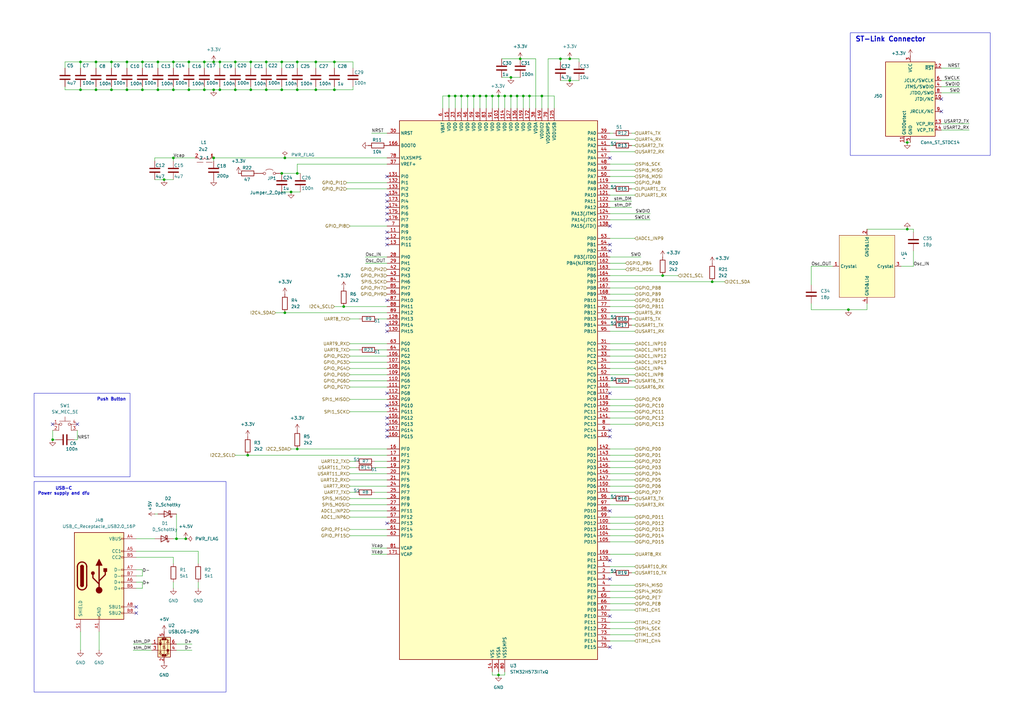
<source format=kicad_sch>
(kicad_sch (version 20250114) (generator "eeschema") (generator_version "9.0")
  (paper "A3")
  (rectangle (start 348.742 13.462) (end 406.146 63.754))
  (rectangle (start 13.97 197.485) (end 92.71 283.845))
  (rectangle (start 13.97 161.29) (end 53.34 195.58))
  (text "USB-C\nPower supply and dfu\n\n" (at 26.162 202.438 0) (effects (font (size 1.27 1.27) (thickness 0.254) (bold yes))))
  (text "Push Button\n" (at 45.72 163.83 0) (effects (font (size 1.27 1.27) (thickness 0.254) (bold yes))))
  (text "ST-Link Connector\n\n" (at 365.252 17.78 0) (effects (font (size 2 2) (thickness 0.4) (bold yes))))
  (junction (at 67.31 73.66))
  (junction (at 58.42 36.83))
  (junction (at 347.98 127))
  (junction (at 207.01 39.37))
  (junction (at 83.82 36.83))
  (junction (at 189.23 39.37))
  (junction (at 45.72 36.83))
  (junction (at 115.57 25.4))
  (junction (at 204.47 276.86))
  (junction (at 58.42 25.4))
  (junction (at 233.68 33.02))
  (junction (at 33.02 36.83))
  (junction (at 137.16 36.83))
  (junction (at 140.97 125.73))
  (junction (at 129.54 36.83))
  (junction (at 21.59 180.34))
  (junction (at 184.15 39.37))
  (junction (at 71.12 36.83))
  (junction (at 129.54 25.4))
  (junction (at 83.82 25.4))
  (junction (at 33.02 25.4))
  (junction (at 222.25 39.37))
  (junction (at 96.52 25.4))
  (junction (at 191.77 39.37))
  (junction (at 194.31 39.37))
  (junction (at 186.69 39.37))
  (junction (at 39.37 25.4))
  (junction (at 121.92 71.12))
  (junction (at 71.12 64.77))
  (junction (at 137.16 25.4))
  (junction (at 372.11 93.98))
  (junction (at 233.68 24.13))
  (junction (at 115.57 36.83))
  (junction (at 121.92 36.83))
  (junction (at 72.39 220.98))
  (junction (at 64.77 36.83))
  (junction (at 90.17 36.83))
  (junction (at 372.11 58.42))
  (junction (at 45.72 25.4))
  (junction (at 119.38 78.74))
  (junction (at 115.57 71.12))
  (junction (at 90.17 25.4))
  (junction (at 87.63 36.83))
  (junction (at 87.63 25.4))
  (junction (at 209.55 39.37))
  (junction (at 196.85 39.37))
  (junction (at 64.77 25.4))
  (junction (at 116.84 64.77))
  (junction (at 121.92 25.4))
  (junction (at 77.47 36.83))
  (junction (at 271.78 113.03))
  (junction (at 109.22 25.4))
  (junction (at 76.2 220.98))
  (junction (at 209.55 31.75))
  (junction (at 199.39 39.37))
  (junction (at 87.63 64.77))
  (junction (at 101.6 186.69))
  (junction (at 217.17 39.37))
  (junction (at 52.07 36.83))
  (junction (at 102.87 36.83))
  (junction (at 116.84 128.27))
  (junction (at 201.93 39.37))
  (junction (at 39.37 36.83))
  (junction (at 214.63 39.37))
  (junction (at 204.47 39.37))
  (junction (at 77.47 25.4))
  (junction (at 102.87 25.4))
  (junction (at 71.12 25.4))
  (junction (at 121.92 184.15))
  (junction (at 52.07 25.4))
  (junction (at 109.22 36.83))
  (junction (at 96.52 36.83))
  (junction (at 292.1 115.57))
  (junction (at 213.36 24.13))
  (junction (at 229.87 24.13))
  (junction (at 212.09 39.37))
  (no_connect (at 158.75 100.33))
  (no_connect (at 158.75 135.89))
  (no_connect (at 250.19 209.55))
  (no_connect (at 158.75 133.35))
  (no_connect (at 55.88 248.92))
  (no_connect (at 158.75 123.19))
  (no_connect (at 386.08 45.72))
  (no_connect (at 158.75 166.37))
  (no_connect (at 386.08 40.64))
  (no_connect (at 250.19 237.49))
  (no_connect (at 250.19 252.73))
  (no_connect (at 250.19 229.87))
  (no_connect (at 250.19 100.33))
  (no_connect (at 158.75 97.79))
  (no_connect (at 250.19 92.71))
  (no_connect (at 158.75 214.63))
  (no_connect (at 158.75 95.25))
  (no_connect (at 250.19 179.07))
  (no_connect (at 250.19 176.53))
  (no_connect (at 158.75 176.53))
  (no_connect (at 250.19 161.29))
  (no_connect (at 21.59 173.99))
  (no_connect (at 158.75 173.99))
  (no_connect (at 158.75 85.09))
  (no_connect (at 158.75 90.17))
  (no_connect (at 158.75 87.63))
  (no_connect (at 158.75 82.55))
  (no_connect (at 158.75 171.45))
  (no_connect (at 55.88 251.46))
  (no_connect (at 31.75 173.99))
  (no_connect (at 250.19 102.87))
  (no_connect (at 158.75 80.01))
  (no_connect (at 158.75 179.07))
  (no_connect (at 250.19 64.77))
  (no_connect (at 158.75 72.39))
  (no_connect (at 250.19 265.43))
  (no_connect (at 158.75 161.29))
  (wire (pts (xy 143.51 140.97) (xy 158.75 140.97)))
  (wire (pts (xy 260.35 186.69) (xy 250.19 186.69)))
  (wire (pts (xy 64.77 36.83) (xy 71.12 36.83)))
  (wire (pts (xy 201.93 275.59) (xy 201.93 276.86)))
  (wire (pts (xy 143.51 196.85) (xy 158.75 196.85)))
  (wire (pts (xy 52.07 36.83) (xy 58.42 36.83)))
  (wire (pts (xy 96.52 36.83) (xy 96.52 35.56)))
  (wire (pts (xy 64.77 25.4) (xy 71.12 25.4)))
  (wire (pts (xy 251.46 234.95) (xy 250.19 234.95)))
  (wire (pts (xy 260.35 74.93) (xy 250.19 74.93)))
  (wire (pts (xy 123.19 71.12) (xy 121.92 71.12)))
  (wire (pts (xy 393.7 27.94) (xy 386.08 27.94)))
  (wire (pts (xy 26.67 35.56) (xy 26.67 36.83)))
  (wire (pts (xy 372.11 93.98) (xy 355.6 93.98)))
  (wire (pts (xy 260.35 227.33) (xy 250.19 227.33)))
  (wire (pts (xy 144.78 25.4) (xy 137.16 25.4)))
  (wire (pts (xy 260.35 146.05) (xy 250.19 146.05)))
  (wire (pts (xy 372.11 58.42) (xy 373.38 58.42)))
  (wire (pts (xy 250.19 105.41) (xy 262.89 105.41)))
  (wire (pts (xy 90.17 25.4) (xy 96.52 25.4)))
  (wire (pts (xy 55.88 226.06) (xy 81.28 226.06)))
  (wire (pts (xy 143.51 156.21) (xy 158.75 156.21)))
  (wire (pts (xy 121.92 67.31) (xy 158.75 67.31)))
  (wire (pts (xy 129.54 36.83) (xy 121.92 36.83)))
  (wire (pts (xy 184.15 39.37) (xy 186.69 39.37)))
  (wire (pts (xy 374.65 109.22) (xy 374.65 102.87)))
  (wire (pts (xy 212.09 39.37) (xy 212.09 44.45)))
  (wire (pts (xy 96.52 25.4) (xy 96.52 27.94)))
  (wire (pts (xy 154.94 130.81) (xy 158.75 130.81)))
  (wire (pts (xy 260.35 168.91) (xy 250.19 168.91)))
  (wire (pts (xy 77.47 25.4) (xy 77.47 27.94)))
  (wire (pts (xy 213.36 24.13) (xy 219.71 24.13)))
  (wire (pts (xy 143.51 204.47) (xy 158.75 204.47)))
  (wire (pts (xy 332.74 116.84) (xy 332.74 109.22)))
  (wire (pts (xy 144.78 35.56) (xy 144.78 36.83)))
  (wire (pts (xy 347.98 127) (xy 355.6 127)))
  (wire (pts (xy 214.63 39.37) (xy 214.63 44.45)))
  (wire (pts (xy 233.68 33.02) (xy 237.49 33.02)))
  (wire (pts (xy 260.35 156.21) (xy 259.08 156.21)))
  (wire (pts (xy 143.51 201.93) (xy 146.05 201.93)))
  (wire (pts (xy 143.51 168.91) (xy 158.75 168.91)))
  (wire (pts (xy 186.69 39.37) (xy 189.23 39.37)))
  (wire (pts (xy 260.35 255.27) (xy 250.19 255.27)))
  (wire (pts (xy 224.79 24.13) (xy 224.79 44.45)))
  (wire (pts (xy 143.51 148.59) (xy 158.75 148.59)))
  (wire (pts (xy 260.35 72.39) (xy 250.19 72.39)))
  (wire (pts (xy 256.54 110.49) (xy 250.19 110.49)))
  (wire (pts (xy 137.16 27.94) (xy 137.16 25.4)))
  (wire (pts (xy 259.08 82.55) (xy 250.19 82.55)))
  (wire (pts (xy 143.51 92.71) (xy 158.75 92.71)))
  (wire (pts (xy 260.35 118.11) (xy 250.19 118.11)))
  (wire (pts (xy 137.16 36.83) (xy 129.54 36.83)))
  (wire (pts (xy 189.23 39.37) (xy 189.23 44.45)))
  (wire (pts (xy 194.31 39.37) (xy 194.31 44.45)))
  (wire (pts (xy 72.39 220.98) (xy 76.2 220.98)))
  (wire (pts (xy 109.22 25.4) (xy 115.57 25.4)))
  (wire (pts (xy 260.35 57.15) (xy 250.19 57.15)))
  (wire (pts (xy 96.52 36.83) (xy 102.87 36.83)))
  (wire (pts (xy 58.42 233.68) (xy 58.42 236.22)))
  (wire (pts (xy 260.35 232.41) (xy 250.19 232.41)))
  (wire (pts (xy 90.17 36.83) (xy 96.52 36.83)))
  (wire (pts (xy 143.51 217.17) (xy 158.75 217.17)))
  (wire (pts (xy 260.35 80.01) (xy 250.19 80.01)))
  (wire (pts (xy 260.35 153.67) (xy 250.19 153.67)))
  (wire (pts (xy 199.39 39.37) (xy 201.93 39.37)))
  (wire (pts (xy 119.38 78.74) (xy 123.19 78.74)))
  (wire (pts (xy 332.74 127) (xy 332.74 124.46)))
  (wire (pts (xy 116.84 128.27) (xy 158.75 128.27)))
  (wire (pts (xy 143.51 191.77) (xy 146.05 191.77)))
  (wire (pts (xy 260.35 151.13) (xy 250.19 151.13)))
  (wire (pts (xy 260.35 173.99) (xy 250.19 173.99)))
  (wire (pts (xy 64.77 25.4) (xy 64.77 27.94)))
  (wire (pts (xy 374.65 93.98) (xy 372.11 93.98)))
  (wire (pts (xy 143.51 130.81) (xy 147.32 130.81)))
  (wire (pts (xy 102.87 36.83) (xy 109.22 36.83)))
  (wire (pts (xy 332.74 109.22) (xy 341.63 109.22)))
  (wire (pts (xy 260.35 207.01) (xy 250.19 207.01)))
  (wire (pts (xy 26.67 27.94) (xy 26.67 25.4)))
  (wire (pts (xy 278.13 113.03) (xy 271.78 113.03)))
  (wire (pts (xy 189.23 39.37) (xy 191.77 39.37)))
  (wire (pts (xy 58.42 236.22) (xy 55.88 236.22)))
  (wire (pts (xy 45.72 36.83) (xy 52.07 36.83)))
  (wire (pts (xy 77.47 25.4) (xy 83.82 25.4)))
  (wire (pts (xy 54.61 264.16) (xy 62.23 264.16)))
  (wire (pts (xy 72.39 210.82) (xy 72.39 220.98)))
  (wire (pts (xy 222.25 44.45) (xy 222.25 39.37)))
  (wire (pts (xy 90.17 36.83) (xy 90.17 35.56)))
  (wire (pts (xy 355.6 127) (xy 355.6 124.46)))
  (wire (pts (xy 90.17 25.4) (xy 90.17 27.94)))
  (wire (pts (xy 233.68 24.13) (xy 237.49 24.13)))
  (wire (pts (xy 22.86 180.34) (xy 21.59 180.34)))
  (wire (pts (xy 102.87 36.83) (xy 102.87 35.56)))
  (wire (pts (xy 260.35 247.65) (xy 250.19 247.65)))
  (wire (pts (xy 191.77 39.37) (xy 194.31 39.37)))
  (wire (pts (xy 260.35 257.81) (xy 250.19 257.81)))
  (wire (pts (xy 77.47 36.83) (xy 77.47 35.56)))
  (wire (pts (xy 115.57 71.12) (xy 121.92 71.12)))
  (wire (pts (xy 393.7 35.56) (xy 386.08 35.56)))
  (wire (pts (xy 260.35 128.27) (xy 250.19 128.27)))
  (wire (pts (xy 191.77 39.37) (xy 191.77 44.45)))
  (wire (pts (xy 260.35 77.47) (xy 259.08 77.47)))
  (wire (pts (xy 297.18 115.57) (xy 292.1 115.57)))
  (wire (pts (xy 292.1 115.57) (xy 250.19 115.57)))
  (wire (pts (xy 58.42 238.76) (xy 58.42 241.3)))
  (wire (pts (xy 154.94 143.51) (xy 158.75 143.51)))
  (wire (pts (xy 64.77 36.83) (xy 64.77 35.56)))
  (wire (pts (xy 201.93 39.37) (xy 201.93 44.45)))
  (wire (pts (xy 45.72 25.4) (xy 52.07 25.4)))
  (wire (pts (xy 201.93 39.37) (xy 204.47 39.37)))
  (wire (pts (xy 33.02 25.4) (xy 33.02 27.94)))
  (wire (pts (xy 260.35 54.61) (xy 259.08 54.61)))
  (wire (pts (xy 109.22 36.83) (xy 109.22 35.56)))
  (wire (pts (xy 71.12 64.77) (xy 71.12 66.04)))
  (wire (pts (xy 143.51 219.71) (xy 158.75 219.71)))
  (wire (pts (xy 102.87 25.4) (xy 102.87 27.94)))
  (wire (pts (xy 140.97 125.73) (xy 158.75 125.73)))
  (wire (pts (xy 87.63 36.83) (xy 83.82 36.83)))
  (wire (pts (xy 260.35 260.35) (xy 250.19 260.35)))
  (wire (pts (xy 39.37 36.83) (xy 39.37 35.56)))
  (wire (pts (xy 227.33 39.37) (xy 222.25 39.37)))
  (wire (pts (xy 393.7 33.02) (xy 386.08 33.02)))
  (wire (pts (xy 121.92 25.4) (xy 115.57 25.4)))
  (wire (pts (xy 266.7 87.63) (xy 250.19 87.63)))
  (wire (pts (xy 260.35 234.95) (xy 259.08 234.95)))
  (wire (pts (xy 186.69 39.37) (xy 186.69 44.45)))
  (wire (pts (xy 370.84 58.42) (xy 372.11 58.42)))
  (wire (pts (xy 260.35 240.03) (xy 250.19 240.03)))
  (wire (pts (xy 149.86 107.95) (xy 158.75 107.95)))
  (wire (pts (xy 116.84 64.77) (xy 158.75 64.77)))
  (wire (pts (xy 45.72 36.83) (xy 45.72 35.56)))
  (wire (pts (xy 369.57 109.22) (xy 374.65 109.22)))
  (wire (pts (xy 121.92 67.31) (xy 121.92 71.12)))
  (wire (pts (xy 204.47 39.37) (xy 207.01 39.37)))
  (wire (pts (xy 260.35 184.15) (xy 250.19 184.15)))
  (wire (pts (xy 153.67 201.93) (xy 158.75 201.93)))
  (wire (pts (xy 251.46 156.21) (xy 250.19 156.21)))
  (wire (pts (xy 259.08 85.09) (xy 250.19 85.09)))
  (wire (pts (xy 229.87 24.13) (xy 233.68 24.13)))
  (wire (pts (xy 143.51 194.31) (xy 158.75 194.31)))
  (wire (pts (xy 143.51 143.51) (xy 147.32 143.51)))
  (wire (pts (xy 119.38 184.15) (xy 121.92 184.15)))
  (wire (pts (xy 52.07 25.4) (xy 58.42 25.4)))
  (wire (pts (xy 40.64 266.7) (xy 40.64 259.08)))
  (wire (pts (xy 229.87 24.13) (xy 229.87 25.4)))
  (wire (pts (xy 143.51 146.05) (xy 158.75 146.05)))
  (wire (pts (xy 152.4 227.33) (xy 158.75 227.33)))
  (wire (pts (xy 142.24 77.47) (xy 158.75 77.47)))
  (wire (pts (xy 109.22 36.83) (xy 115.57 36.83)))
  (wire (pts (xy 260.35 97.79) (xy 250.19 97.79)))
  (wire (pts (xy 260.35 59.69) (xy 259.08 59.69)))
  (wire (pts (xy 260.35 67.31) (xy 250.19 67.31)))
  (wire (pts (xy 143.51 151.13) (xy 158.75 151.13)))
  (wire (pts (xy 181.61 39.37) (xy 184.15 39.37)))
  (wire (pts (xy 58.42 241.3) (xy 55.88 241.3)))
  (wire (pts (xy 201.93 276.86) (xy 204.47 276.86)))
  (wire (pts (xy 204.47 39.37) (xy 204.47 44.45)))
  (wire (pts (xy 58.42 36.83) (xy 58.42 35.56)))
  (wire (pts (xy 260.35 133.35) (xy 259.08 133.35)))
  (wire (pts (xy 397.51 50.8) (xy 386.08 50.8)))
  (wire (pts (xy 143.51 207.01) (xy 158.75 207.01)))
  (wire (pts (xy 251.46 59.69) (xy 250.19 59.69)))
  (wire (pts (xy 52.07 36.83) (xy 52.07 35.56)))
  (wire (pts (xy 260.35 214.63) (xy 250.19 214.63)))
  (wire (pts (xy 256.54 107.95) (xy 250.19 107.95)))
  (wire (pts (xy 260.35 194.31) (xy 250.19 194.31)))
  (wire (pts (xy 143.51 189.23) (xy 146.05 189.23)))
  (wire (pts (xy 205.74 24.13) (xy 213.36 24.13)))
  (wire (pts (xy 113.03 128.27) (xy 116.84 128.27)))
  (wire (pts (xy 260.35 166.37) (xy 250.19 166.37)))
  (wire (pts (xy 71.12 25.4) (xy 71.12 27.94)))
  (wire (pts (xy 266.7 90.17) (xy 250.19 90.17)))
  (wire (pts (xy 260.35 171.45) (xy 250.19 171.45)))
  (wire (pts (xy 260.35 222.25) (xy 250.19 222.25)))
  (wire (pts (xy 81.28 241.3) (xy 81.28 238.76)))
  (wire (pts (xy 143.51 163.83) (xy 158.75 163.83)))
  (wire (pts (xy 251.46 130.81) (xy 250.19 130.81)))
  (wire (pts (xy 71.12 228.6) (xy 71.12 231.14)))
  (wire (pts (xy 52.07 25.4) (xy 52.07 27.94)))
  (wire (pts (xy 71.12 241.3) (xy 71.12 238.76)))
  (wire (pts (xy 143.51 209.55) (xy 158.75 209.55)))
  (wire (pts (xy 207.01 276.86) (xy 207.01 275.59)))
  (wire (pts (xy 260.35 196.85) (xy 250.19 196.85)))
  (wire (pts (xy 115.57 25.4) (xy 115.57 27.94)))
  (wire (pts (xy 142.24 74.93) (xy 158.75 74.93)))
  (wire (pts (xy 207.01 39.37) (xy 207.01 44.45)))
  (wire (pts (xy 251.46 54.61) (xy 250.19 54.61)))
  (wire (pts (xy 121.92 36.83) (xy 115.57 36.83)))
  (wire (pts (xy 199.39 39.37) (xy 199.39 44.45)))
  (wire (pts (xy 58.42 36.83) (xy 64.77 36.83)))
  (wire (pts (xy 101.6 186.69) (xy 158.75 186.69)))
  (wire (pts (xy 30.48 180.34) (xy 31.75 180.34)))
  (wire (pts (xy 260.35 199.39) (xy 250.19 199.39)))
  (wire (pts (xy 217.17 39.37) (xy 217.17 44.45)))
  (wire (pts (xy 260.35 125.73) (xy 250.19 125.73)))
  (wire (pts (xy 224.79 24.13) (xy 229.87 24.13)))
  (wire (pts (xy 209.55 31.75) (xy 213.36 31.75)))
  (wire (pts (xy 397.51 53.34) (xy 386.08 53.34)))
  (wire (pts (xy 33.02 36.83) (xy 39.37 36.83)))
  (wire (pts (xy 58.42 233.68) (xy 55.88 233.68)))
  (wire (pts (xy 260.35 140.97) (xy 250.19 140.97)))
  (wire (pts (xy 260.35 189.23) (xy 250.19 189.23)))
  (wire (pts (xy 129.54 35.56) (xy 129.54 36.83)))
  (wire (pts (xy 39.37 25.4) (xy 45.72 25.4)))
  (wire (pts (xy 219.71 24.13) (xy 219.71 44.45)))
  (wire (pts (xy 260.35 217.17) (xy 250.19 217.17)))
  (wire (pts (xy 137.16 35.56) (xy 137.16 36.83)))
  (wire (pts (xy 121.92 184.15) (xy 158.75 184.15)))
  (wire (pts (xy 115.57 78.74) (xy 119.38 78.74)))
  (wire (pts (xy 87.63 64.77) (xy 116.84 64.77)))
  (wire (pts (xy 260.35 130.81) (xy 259.08 130.81)))
  (wire (pts (xy 63.5 64.77) (xy 71.12 64.77)))
  (wire (pts (xy 26.67 36.83) (xy 33.02 36.83)))
  (wire (pts (xy 184.15 39.37) (xy 184.15 44.45)))
  (wire (pts (xy 144.78 27.94) (xy 144.78 25.4)))
  (wire (pts (xy 260.35 212.09) (xy 250.19 212.09)))
  (wire (pts (xy 260.35 201.93) (xy 250.19 201.93)))
  (wire (pts (xy 115.57 36.83) (xy 115.57 35.56)))
  (wire (pts (xy 58.42 25.4) (xy 58.42 27.94)))
  (wire (pts (xy 237.49 24.13) (xy 237.49 25.4)))
  (wire (pts (xy 153.67 191.77) (xy 158.75 191.77)))
  (wire (pts (xy 78.74 266.7) (xy 72.39 266.7)))
  (wire (pts (xy 251.46 204.47) (xy 250.19 204.47)))
  (wire (pts (xy 87.63 25.4) (xy 83.82 25.4)))
  (wire (pts (xy 260.35 123.19) (xy 250.19 123.19)))
  (wire (pts (xy 152.4 54.61) (xy 158.75 54.61)))
  (wire (pts (xy 63.5 73.66) (xy 67.31 73.66)))
  (wire (pts (xy 71.12 64.77) (xy 80.01 64.77)))
  (wire (pts (xy 121.92 27.94) (xy 121.92 25.4)))
  (wire (pts (xy 212.09 39.37) (xy 214.63 39.37)))
  (wire (pts (xy 153.67 189.23) (xy 158.75 189.23)))
  (wire (pts (xy 33.02 36.83) (xy 33.02 35.56)))
  (wire (pts (xy 87.63 36.83) (xy 90.17 36.83)))
  (wire (pts (xy 260.35 69.85) (xy 250.19 69.85)))
  (wire (pts (xy 109.22 25.4) (xy 109.22 27.94)))
  (wire (pts (xy 196.85 39.37) (xy 199.39 39.37)))
  (wire (pts (xy 71.12 220.98) (xy 72.39 220.98)))
  (wire (pts (xy 96.52 186.69) (xy 101.6 186.69)))
  (wire (pts (xy 251.46 77.47) (xy 250.19 77.47)))
  (wire (pts (xy 205.74 31.75) (xy 209.55 31.75)))
  (wire (pts (xy 83.82 36.83) (xy 83.82 35.56)))
  (wire (pts (xy 152.4 224.79) (xy 158.75 224.79)))
  (wire (pts (xy 222.25 39.37) (xy 217.17 39.37)))
  (wire (pts (xy 251.46 133.35) (xy 250.19 133.35)))
  (wire (pts (xy 332.74 127) (xy 347.98 127)))
  (wire (pts (xy 181.61 44.45) (xy 181.61 39.37)))
  (wire (pts (xy 374.65 95.25) (xy 374.65 93.98)))
  (wire (pts (xy 87.63 25.4) (xy 90.17 25.4)))
  (wire (pts (xy 58.42 25.4) (xy 64.77 25.4)))
  (wire (pts (xy 26.67 25.4) (xy 33.02 25.4)))
  (wire (pts (xy 33.02 259.08) (xy 33.02 266.7)))
  (wire (pts (xy 260.35 242.57) (xy 250.19 242.57)))
  (wire (pts (xy 204.47 276.86) (xy 207.01 276.86)))
  (wire (pts (xy 63.5 64.77) (xy 63.5 66.04)))
  (wire (pts (xy 227.33 44.45) (xy 227.33 39.37)))
  (wire (pts (xy 260.35 158.75) (xy 250.19 158.75)))
  (wire (pts (xy 21.59 180.34) (xy 21.59 176.53)))
  (wire (pts (xy 129.54 25.4) (xy 121.92 25.4)))
  (wire (pts (xy 137.16 25.4) (xy 129.54 25.4)))
  (wire (pts (xy 143.51 212.09) (xy 158.75 212.09)))
  (wire (pts (xy 129.54 27.94) (xy 129.54 25.4)))
  (wire (pts (xy 71.12 36.83) (xy 71.12 35.56)))
  (wire (pts (xy 83.82 25.4) (xy 83.82 27.94)))
  (wire (pts (xy 78.74 264.16) (xy 72.39 264.16)))
  (wire (pts (xy 143.51 199.39) (xy 158.75 199.39)))
  (wire (pts (xy 260.35 245.11) (xy 250.19 245.11)))
  (wire (pts (xy 260.35 143.51) (xy 250.19 143.51)))
  (wire (pts (xy 260.35 163.83) (xy 250.19 163.83)))
  (wire (pts (xy 144.78 36.83) (xy 137.16 36.83)))
  (wire (pts (xy 143.51 153.67) (xy 158.75 153.67)))
  (wire (pts (xy 260.35 148.59) (xy 250.19 148.59)))
  (wire (pts (xy 229.87 33.02) (xy 233.68 33.02)))
  (wire (pts (xy 260.35 262.89) (xy 250.19 262.89)))
  (wire (pts (xy 102.87 25.4) (xy 109.22 25.4)))
  (wire (pts (xy 194.31 39.37) (xy 196.85 39.37)))
  (wire (pts (xy 58.42 238.76) (xy 55.88 238.76)))
  (wire (pts (xy 260.35 191.77) (xy 250.19 191.77)))
  (wire (pts (xy 81.28 226.06) (xy 81.28 231.14)))
  (wire (pts (xy 271.78 113.03) (xy 250.19 113.03)))
  (wire (pts (xy 207.01 39.37) (xy 209.55 39.37)))
  (wire (pts (xy 31.75 180.34) (xy 31.75 176.53)))
  (wire (pts (xy 63.5 210.82) (xy 64.77 210.82)))
  (wire (pts (xy 209.55 39.37) (xy 209.55 44.45)))
  (wire (pts (xy 260.35 135.89) (xy 250.19 135.89)))
  (wire (pts (xy 196.85 39.37) (xy 196.85 44.45)))
  (wire (pts (xy 83.82 36.83) (xy 77.47 36.83)))
  (wire (pts (xy 121.92 35.56) (xy 121.92 36.83)))
  (wire (pts (xy 33.02 25.4) (xy 39.37 25.4)))
  (wire (pts (xy 260.35 62.23) (xy 250.19 62.23)))
  (wire (pts (xy 143.51 158.75) (xy 158.75 158.75)))
  (wire (pts (xy 45.72 25.4) (xy 45.72 27.94)))
  (wire (pts (xy 39.37 36.83) (xy 45.72 36.83)))
  (wire (pts (xy 393.7 38.1) (xy 386.08 38.1)))
  (wire (pts (xy 96.52 25.4) (xy 102.87 25.4)))
  (wire (pts (xy 260.35 219.71) (xy 250.19 219.71)))
  (wire (pts (xy 54.61 266.7) (xy 62.23 266.7)))
  (wire (pts (xy 209.55 39.37) (xy 212.09 39.37)))
  (wire (pts (xy 55.88 220.98) (xy 63.5 220.98)))
  (wire (pts (xy 214.63 39.37) (xy 217.17 39.37)))
  (wire (pts (xy 260.35 120.65) (xy 250.19 120.65)))
  (wire (pts (xy 137.16 125.73) (xy 140.97 125.73)))
  (wire (pts (xy 71.12 36.83) (xy 77.47 36.83)))
  (wire (pts (xy 260.35 250.19) (xy 250.19 250.19)))
  (wire (pts (xy 149.86 105.41) (xy 158.75 105.41)))
  (wire (pts (xy 71.12 25.4) (xy 77.47 25.4)))
  (wire (pts (xy 39.37 25.4) (xy 39.37 27.94)))
  (wire (pts (xy 67.31 73.66) (xy 71.12 73.66)))
  (wire (pts (xy 87.63 66.04) (xy 87.63 64.77)))
  (wire (pts (xy 260.35 204.47) (xy 259.08 204.47)))
  (wire (pts (xy 55.88 228.6) (xy 71.12 228.6)))
  (wire (pts (xy 204.47 276.86) (xy 204.47 275.59)))
  (label "NRST" (at 393.7 27.94 180))
  (label "Osc_IN" (at 374.65 109.22 0))
  (label "stm_DP" (at 54.61 264.16 0))
  (label "Osc_OUT" (at 332.74 109.22 0))
  (label "SWO" (at 393.7 38.1 180))
  (label "stm_DM" (at 259.08 82.55 180))
  (label "USART2_TX" (at 397.51 50.8 180))
  (label "NRST" (at 152.4 54.61 0))
  (label "NRST" (at 31.75 180.34 0))
  (label "stm_DP" (at 259.08 85.09 180))
  (label "SWCLK" (at 393.7 33.02 180))
  (label "Osc_OUT" (at 149.86 107.95 0))
  (label "SWDIO" (at 393.7 35.56 180))
  (label "SWO" (at 262.89 105.41 180))
  (label "stm_DM" (at 54.61 266.7 0))
  (label "Osc_IN" (at 149.86 105.41 0))
  (label "SWDIO" (at 266.7 87.63 180))
  (label "D+" (at 78.74 264.16 180) (effects (font (thickness 0.1588))))
  (label "USART2_RX" (at 397.51 53.34 180))
  (label "SWCLK" (at 266.7 90.17 180))
  (label "D-" (at 78.74 266.7 180) (effects (font (thickness 0.1588))))
  (label "Vcap" (at 152.4 227.33 0))
  (label "Vcap" (at 71.12 64.77 0))
  (label "Vcap" (at 152.4 224.79 0))
  (label "D-" (at 58.42 234.95 0) (effects (font (thickness 0.1588))))
  (label "D+" (at 58.42 240.03 0) (effects (font (thickness 0.1588))))
  (hierarchical_label "GPIO_PH7" (shape input) (at 158.75 118.11 180))
  (hierarchical_label "TIM1_CH2" (shape input) (at 260.35 255.27 0))
  (hierarchical_label "UART4_RX" (shape input) (at 260.35 57.15 0))
  (hierarchical_label "SPI1_SCK" (shape input) (at 143.51 168.91 180))
  (hierarchical_label "GPIO_PD6" (shape input) (at 260.35 199.39 0) (effects (font (thickness 0.1588))))
  (hierarchical_label "I2C2_SDA" (shape input) (at 119.38 184.15 180) (effects (font (thickness 0.1588))))
  (hierarchical_label "USART3_RX" (shape input) (at 260.35 207.01 0))
  (hierarchical_label "GPIO_PB11" (shape input) (at 260.35 125.73 0))
  (hierarchical_label "GPIO_PC13" (shape input) (at 260.35 173.99 0) (effects (font (thickness 0.1588))))
  (hierarchical_label "GPIO_PC11" (shape input) (at 260.35 168.91 0) (effects (font (thickness 0.1588))))
  (hierarchical_label "SPI5_MOSI" (shape input) (at 143.51 207.01 180))
  (hierarchical_label "ADC1_INP6" (shape input) (at 143.51 212.09 180))
  (hierarchical_label "USART2_TX" (shape input) (at 260.35 59.69 0))
  (hierarchical_label "SPI6_MISO" (shape input) (at 260.35 69.85 0))
  (hierarchical_label "GPIO_PB9" (shape input) (at 260.35 120.65 0))
  (hierarchical_label "UART9_TX" (shape input) (at 143.51 143.51 180))
  (hierarchical_label "SPI4_MISO" (shape input) (at 260.35 240.03 0))
  (hierarchical_label "GPIO_PD0" (shape input) (at 260.35 184.15 0) (effects (font (thickness 0.1588))))
  (hierarchical_label "USART2_RX" (shape input) (at 260.35 62.23 0))
  (hierarchical_label "GPIO_PG3" (shape input) (at 143.51 148.59 180))
  (hierarchical_label "USART11_RX" (shape input) (at 143.51 194.31 180))
  (hierarchical_label "USART11_TX" (shape input) (at 143.51 191.77 180))
  (hierarchical_label "GPIO_PE7" (shape input) (at 260.35 245.11 0) (effects (font (thickness 0.1588))))
  (hierarchical_label "GPIO_PB8" (shape input) (at 260.35 118.11 0))
  (hierarchical_label "GPIO_PI8" (shape input) (at 143.51 92.71 180))
  (hierarchical_label "USART1_RX" (shape input) (at 260.35 135.89 0))
  (hierarchical_label "UART7_RX" (shape input) (at 143.51 199.39 180))
  (hierarchical_label "GPIO_PH2" (shape input) (at 158.75 110.49 180))
  (hierarchical_label "GPIO_PC10" (shape input) (at 260.35 166.37 0) (effects (font (thickness 0.1588))))
  (hierarchical_label "ADC1_INP10" (shape input) (at 260.35 140.97 0))
  (hierarchical_label "GPIO_PF14" (shape input) (at 143.51 217.17 180))
  (hierarchical_label "TIM1_CH3" (shape input) (at 260.35 260.35 0))
  (hierarchical_label "TIM1_CH4" (shape input) (at 260.35 262.89 0))
  (hierarchical_label "GPIO_PD4" (shape input) (at 260.35 194.31 0) (effects (font (thickness 0.1588))))
  (hierarchical_label "ADC1_INP9" (shape input) (at 260.35 97.79 0))
  (hierarchical_label "UART5_TX" (shape input) (at 260.35 130.81 0))
  (hierarchical_label "TIM1_CH1" (shape input) (at 260.35 250.19 0))
  (hierarchical_label "UART12_RX" (shape input) (at 143.51 196.85 180))
  (hierarchical_label "USART1_TX" (shape input) (at 260.35 133.35 0))
  (hierarchical_label "I2C4_SDA" (shape input) (at 113.03 128.27 180) (effects (font (thickness 0.1588))))
  (hierarchical_label "LPUART1_TX" (shape input) (at 260.35 77.47 0))
  (hierarchical_label "GPIO_PG5" (shape input) (at 143.51 153.67 180))
  (hierarchical_label "GPIO_PD13" (shape input) (at 260.35 217.17 0) (effects (font (thickness 0.1588))))
  (hierarchical_label "UART4_TX" (shape input) (at 260.35 54.61 0))
  (hierarchical_label "GPIO_PG2" (shape input) (at 143.51 146.05 180))
  (hierarchical_label "I2C1_SDA" (shape input) (at 297.18 115.57 0) (effects (font (thickness 0.1588))))
  (hierarchical_label "USART3_TX" (shape input) (at 260.35 204.47 0))
  (hierarchical_label "UART5_RX" (shape input) (at 260.35 128.27 0))
  (hierarchical_label "GPIO_PI2" (shape input) (at 142.24 77.47 180) (effects (font (thickness 0.1588))))
  (hierarchical_label "GPIO_PD2" (shape input) (at 260.35 189.23 0) (effects (font (thickness 0.1588))))
  (hierarchical_label "GPIO_PD11" (shape input) (at 260.35 212.09 0) (effects (font (thickness 0.1588))))
  (hierarchical_label "GPIO_PG6" (shape input) (at 143.51 156.21 180))
  (hierarchical_label "USART6_TX" (shape input) (at 260.35 156.21 0))
  (hierarchical_label "ADC1_INP11" (shape input) (at 260.35 143.51 0))
  (hierarchical_label "SPI4_SCK" (shape input) (at 260.35 257.81 0))
  (hierarchical_label "SPI6_MOSI" (shape input) (at 260.35 72.39 0))
  (hierarchical_label "GPIO_PF15" (shape input) (at 143.51 219.71 180))
  (hierarchical_label "I2C4_SCL" (shape input) (at 137.16 125.73 180) (effects (font (thickness 0.1588))))
  (hierarchical_label "USART10_TX" (shape input) (at 260.35 234.95 0))
  (hierarchical_label "GPIO_PB4" (shape input) (at 256.54 107.95 0))
  (hierarchical_label "SPI5_MISO" (shape input) (at 143.51 204.47 180))
  (hierarchical_label "GPIO_PC9" (shape input) (at 260.35 163.83 0) (effects (font (thickness 0.1588))))
  (hierarchical_label "ADC1_INP2" (shape input) (at 143.51 209.55 180))
  (hierarchical_label "ADC1_INP13" (shape input) (at 260.35 148.59 0))
  (hierarchical_label "GPIO_PE8" (shape input) (at 260.35 247.65 0) (effects (font (thickness 0.1588))))
  (hierarchical_label "GPIO_PC12" (shape input) (at 260.35 171.45 0) (effects (font (thickness 0.1588))))
  (hierarchical_label "GPIO_PD12" (shape input) (at 260.35 214.63 0) (effects (font (thickness 0.1588))))
  (hierarchical_label "I2C2_SCL" (shape input) (at 96.52 186.69 180) (effects (font (thickness 0.1588))))
  (hierarchical_label "UART12_TX" (shape input) (at 143.51 189.23 180))
  (hierarchical_label "GPIO_PD7" (shape input) (at 260.35 201.93 0) (effects (font (thickness 0.1588))))
  (hierarchical_label "GPIO_PD15" (shape input) (at 260.35 222.25 0) (effects (font (thickness 0.1588))))
  (hierarchical_label "GPIO_PD3" (shape input) (at 260.35 191.77 0) (effects (font (thickness 0.1588))))
  (hierarchical_label "GPIO_PA8" (shape input) (at 260.35 74.93 0))
  (hierarchical_label "GPIO_PD1" (shape input) (at 260.35 186.69 0) (effects (font (thickness 0.1588))))
  (hierarchical_label "GPIO_PG4" (shape input) (at 143.51 151.13 180))
  (hierarchical_label "GPIO_PD14" (shape input) (at 260.35 219.71 0) (effects (font (thickness 0.1588))))
  (hierarchical_label "UART8_TX" (shape input) (at 143.51 130.81 180))
  (hierarchical_label "LPUART1_RX" (shape input) (at 260.35 80.01 0))
  (hierarchical_label "ADC1_INP8" (shape input) (at 260.35 153.67 0))
  (hierarchical_label "SPI5_SCK" (shape input) (at 158.75 115.57 180))
  (hierarchical_label "ADC1_INP12" (shape input) (at 260.35 146.05 0))
  (hierarchical_label "I2C1_SCL" (shape input) (at 278.13 113.03 0) (effects (font (thickness 0.1588))))
  (hierarchical_label "ADC1_INP4" (shape input) (at 260.35 151.13 0))
  (hierarchical_label "GPIO_PH3" (shape input) (at 158.75 113.03 180))
  (hierarchical_label "UART7_TX" (shape input) (at 143.51 201.93 180))
  (hierarchical_label "GPIO_PG7" (shape input) (at 143.51 158.75 180))
  (hierarchical_label "GPIO_PI1" (shape input) (at 142.24 74.93 180) (effects (font (thickness 0.1588))))
  (hierarchical_label "GPIO_PB10" (shape input) (at 260.35 123.19 0))
  (hierarchical_label "SPI1_MISO" (shape input) (at 143.51 163.83 180))
  (hierarchical_label "SPI1_MOSI" (shape input) (at 256.54 110.49 0))
  (hierarchical_label "SPI6_SCK" (shape input) (at 260.35 67.31 0))
  (hierarchical_label "USART10_RX" (shape input) (at 260.35 232.41 0))
  (hierarchical_label "SPI4_MOSI" (shape input) (at 260.35 242.57 0))
  (hierarchical_label "USART6_RX" (shape input) (at 260.35 158.75 0))
  (hierarchical_label "UART9_RX" (shape input) (at 143.51 140.97 180))
  (hierarchical_label "GPIO_PH9" (shape input) (at 158.75 120.65 180))
  (hierarchical_label "UART8_RX" (shape input) (at 260.35 227.33 0))
  (hierarchical_label "GPIO_PD5" (shape input) (at 260.35 196.85 0) (effects (font (thickness 0.1588))))
  (symbol (lib_id "Device:C") (at 45.72 31.75 0) (unit 1)
    (property "Reference" "C9" (at 46.482 26.924 0) (effects (justify left)))
    (property "Value" "100n" (at 46.482 34.036 0) (effects (justify left)))
    (property "Footprint" "Capacitor_SMD:C_0402_1005Metric" (effects (hide yes)))
    (property "Description" "Unpolarized capacitor" (effects (hide yes)))
  )
  (symbol (lib_id "Device:C") (at 77.47 31.75 0) (unit 1)
    (property "Reference" "C16" (at 78.74 27.178 0) (effects (justify left)))
    (property "Value" "100n" (at 78.74 34.29 0) (effects (justify left)))
    (property "Footprint" "Capacitor_SMD:C_0402_1005Metric" (effects (hide yes)))
    (property "Description" "Unpolarized capacitor" (effects (hide yes)))
  )
  (symbol (lib_id "Device:C") (at 229.87 29.21 0) (unit 1)
    (property "Reference" "C32" (at 230.124 27.178 0) (effects (justify left)))
    (property "Value" "4.7u" (at 230.124 31.75 0) (effects (justify left)))
    (property "Footprint" "Capacitor_SMD:C_0402_1005Metric" (effects (hide yes)))
    (property "Description" "Unpolarized capacitor" (effects (hide yes)))
  )
  (symbol (lib_id "Device:C") (at 52.07 31.75 0) (unit 1)
    (property "Reference" "C10" (at 53.34 27.178 0) (effects (justify left)))
    (property "Value" "100n" (at 53.34 34.29 0) (effects (justify left)))
    (property "Footprint" "Capacitor_SMD:C_0402_1005Metric" (effects (hide yes)))
    (property "Description" "Unpolarized capacitor" (effects (hide yes)))
  )
  (symbol (lib_id "Device:C") (at 205.74 27.94 0) (unit 1)
    (property "Reference" "C30" (at 205.994 25.908 0) (effects (justify left)))
    (property "Value" "1u" (at 205.994 30.48 0) (effects (justify left)))
    (property "Footprint" "Capacitor_SMD:C_0402_1005Metric" (effects (hide yes)))
    (property "Description" "Unpolarized capacitor" (effects (hide yes)))
  )
  (symbol (lib_id "Device:C") (at 58.42 31.75 0) (unit 1)
    (property "Reference" "C11" (at 59.182 26.924 0) (effects (justify left)))
    (property "Value" "100n" (at 59.182 34.036 0) (effects (justify left)))
    (property "Footprint" "Capacitor_SMD:C_0402_1005Metric" (effects (hide yes)))
    (property "Description" "Unpolarized capacitor" (effects (hide yes)))
  )
  (symbol (lib_id "Device:C") (at 63.5 69.85 0) (unit 1)
    (property "Reference" "C12" (at 63.754 67.818 0) (effects (justify left)))
    (property "Value" "4u7" (at 63.754 72.39 0) (effects (justify left)))
    (property "Footprint" "Capacitor_SMD:C_0402_1005Metric" (effects (hide yes)))
    (property "Description" "Unpolarized capacitor" (effects (hide yes)))
  )
  (symbol (lib_id "power:GND") (at 87.63 36.83 0) (unit 1)
    (property "Reference" "#PWR0101" (effects (hide yes)))
    (property "Value" "GND" (effects (hide yes)))
    (property "Description" "Power symbol creates a global label with name \"GND\" , ground" (effects (hide yes)))
  )
  (symbol (lib_id "Device:C") (at 115.57 31.75 0) (unit 1)
    (property "Reference" "C23" (at 116.84 27.178 0) (effects (justify left)))
    (property "Value" "100n" (at 116.84 34.29 0) (effects (justify left)))
    (property "Footprint" "Capacitor_SMD:C_0402_1005Metric" (effects (hide yes)))
    (property "Description" "Unpolarized capacitor" (effects (hide yes)))
  )
  (symbol (lib_id "Device:C") (at 102.87 31.75 0) (unit 1)
    (property "Reference" "C21" (at 104.14 27.178 0) (effects (justify left)))
    (property "Value" "100n" (at 104.14 34.29 0) (effects (justify left)))
    (property "Footprint" "Capacitor_SMD:C_0402_1005Metric" (effects (hide yes)))
    (property "Description" "Unpolarized capacitor" (effects (hide yes)))
  )
  (symbol (lib_id "Device:C") (at 90.17 31.75 0) (unit 1)
    (property "Reference" "C19" (at 91.44 27.178 0) (effects (justify left)))
    (property "Value" "100n" (at 91.44 34.29 0) (effects (justify left)))
    (property "Footprint" "Capacitor_SMD:C_0402_1005Metric" (effects (hide yes)))
    (property "Description" "Unpolarized capacitor" (effects (hide yes)))
  )
  (symbol (lib_id "Device:D_Schottky") (at 67.31 220.98 180) (unit 1)
    (property "Reference" "D1" (at 67.6275 214.63 0))
    (property "Value" "D_Schottky" (at 67.6275 217.17 0))
    (property "Footprint" "Diode_SMD:D_SMA" (effects (hide yes)))
    (property "Datasheet" "https://www.alldatasheet.fr/datasheet-pdf/view/847022/DSK/SS34.html" (effects (hide yes)))
    (property "Description" "Schottky diode" (effects (hide yes)))
  )
  (symbol (lib_id "power:GND") (at 233.68 33.02 0) (unit 1)
    (property "Reference" "#PWR0115" (effects (hide yes)))
    (property "Value" "GND" (effects (hide yes)))
    (property "Description" "Power symbol creates a global label with name \"GND\" , ground" (effects (hide yes)))
  )
  (symbol (lib_id "power:GND") (at 204.47 276.86 0) (unit 1)
    (property "Reference" "#PWR0111" (effects (hide yes)))
    (property "Value" "GND" (at 204.47 281.94 0))
    (property "Description" "Power symbol creates a global label with name \"GND\" , ground" (effects (hide yes)))
  )
  (symbol (lib_id "power:GND") (at 372.11 93.98 180) (unit 1)
    (property "Reference" "#PWR0120" (effects (hide yes)))
    (property "Value" "GND" (effects (hide yes)))
    (property "Description" "Power symbol creates a global label with name \"GND\" , ground" (effects (hide yes)))
  )
  (symbol (lib_id "Device:C") (at 137.16 31.75 0) (unit 1)
    (property "Reference" "C28" (at 138.43 27.178 0) (effects (justify left)))
    (property "Value" "1u" (at 138.43 34.29 0) (effects (justify left)))
    (property "Footprint" "Capacitor_SMD:C_0402_1005Metric" (effects (hide yes)))
    (property "Description" "Unpolarized capacitor" (effects (hide yes)))
  )
  (symbol (lib_id "Connector:Conn_ST_STDC14") (at 373.38 40.64 0) (unit 1)
    (property "Reference" "J50" (at 361.95 39.3699 0) (effects (justify right)))
    (property "Value" "Conn_ST_STDC14" (at 393.7 58.42 0) (effects (justify right)))
    (property "Footprint" "Connector_PinHeader_1.27mm:PinHeader_2x07_P1.27mm_Vertical_SMD" (effects (hide yes)))
    (property "Datasheet" "https://www.st.com/content/ccc/resource/technical/document/user_manual/group1/99/49/91/b6/b2/3a/46/e5/DM00526767/files/DM00526767.pdf/jcr:content/translations/en.DM00526767.pdf" (effects (hide yes)))
    (property "Description" "ST Debug Connector, standard ARM Cortex-M SWD and JTAG interface plus UART" (effects (hide yes)))
  )
  (symbol (lib_id "Device:R") (at 149.86 191.77 270) (unit 1)
    (property "Reference" "R14" (at 149.86 191.77 90))
    (property "Value" "51" (at 153.416 192.532 90))
    (property "Footprint" "Resistor_SMD:R_0402_1005Metric" (effects (hide yes)))
    (property "Description" "Resistor" (effects (hide yes)))
  )
  (symbol (lib_id "Device:R") (at 271.78 109.22 0) (unit 1)
    (property "Reference" "R20" (at 274.32 107.9499 0) (effects (justify left)))
    (property "Value" "2k2" (at 274.32 110.4899 0) (effects (justify left)))
    (property "Footprint" "Resistor_SMD:R_0402_1005Metric" (effects (hide yes)))
    (property "Description" "Resistor" (effects (hide yes)))
  )
  (symbol (lib_id "Device:R") (at 140.97 121.92 0) (unit 1)
    (property "Reference" "R6" (at 143.51 120.6499 0) (effects (justify left)))
    (property "Value" "2k2" (at 143.51 123.1899 0) (effects (justify left)))
    (property "Footprint" "Resistor_SMD:R_0402_1005Metric" (effects (hide yes)))
    (property "Description" "Resistor" (effects (hide yes)))
  )
  (symbol (lib_id "Device:R") (at 255.27 59.69 90) (unit 1)
    (property "Reference" "R13" (at 255.27 59.69 90))
    (property "Value" "51" (at 251.714 58.928 90))
    (property "Footprint" "Resistor_SMD:R_0402_1005Metric" (effects (hide yes)))
    (property "Description" "Resistor" (effects (hide yes)))
  )
  (symbol (lib_id "power:PWR_FLAG") (at 76.2 220.98 270) (unit 1)
    (property "Reference" "#FLG03" (effects (hide yes)))
    (property "Value" "PWR_FLAG" (at 80.01 220.9799 90) (effects (justify left)))
    (property "Description" "Special symbol for telling ERC where power comes from" (effects (hide yes)))
  )
  (symbol (lib_id "Device:R") (at 255.27 234.95 90) (unit 1)
    (property "Reference" "R19" (at 255.27 234.95 90))
    (property "Value" "51" (at 251.714 234.188 90))
    (property "Footprint" "Resistor_SMD:R_0402_1005Metric" (effects (hide yes)))
    (property "Description" "Resistor" (effects (hide yes)))
  )
  (symbol (lib_id "Jumper:Jumper_2_Open") (at 110.49 71.12 0) (unit 1)
    (property "Reference" "JP1" (at 111.506 73.152 0))
    (property "Value" "Jumper_2_Open" (at 109.982 78.994 0))
    (property "Footprint" "Connector_PinHeader_2.54mm:PinHeader_1x02_P2.54mm_Vertical" (effects (hide yes)))
    (property "Description" "Jumper, 2-pole, open" (effects (hide yes)))
  )
  (symbol (lib_id "power:+5V") (at 67.31 259.08 0) (unit 1)
    (property "Reference" "#PWR095" (effects (hide yes)))
    (property "Value" "+5V" (at 67.31 254 0))
    (property "Description" "Power symbol creates a global label with name \"+5V\"" (effects (hide yes)))
  )
  (symbol (lib_id "Device:C") (at 129.54 31.75 0) (unit 1)
    (property "Reference" "C27" (at 130.81 27.178 0) (effects (justify left)))
    (property "Value" "100n" (at 130.81 34.29 0) (effects (justify left)))
    (property "Footprint" "Capacitor_SMD:C_0402_1005Metric" (effects (hide yes)))
    (property "Description" "Unpolarized capacitor" (effects (hide yes)))
  )
  (symbol (lib_id "Device:R") (at 255.27 133.35 90) (unit 1)
    (property "Reference" "R17" (at 255.27 133.35 90))
    (property "Value" "51" (at 251.714 132.588 90))
    (property "Footprint" "Resistor_SMD:R_0402_1005Metric" (effects (hide yes)))
    (property "Description" "Resistor" (effects (hide yes)))
  )
  (symbol (lib_id "MCU_ST_STM32H5:STM32H573IITxQ") (at 204.47 161.29 0) (unit 1)
    (property "Reference" "U3" (at 209.1533 273.05 0) (effects (justify left)))
    (property "Value" "STM32H573IITxQ" (at 209.1533 275.59 0) (effects (justify left)))
    (property "Footprint" "Package_QFP:LQFP-176_24x24mm_P0.5mm" (effects (hide yes)))
    (property "Datasheet" "https://www.st.com/resource/en/datasheet/stm32h573ii.pdf" (effects (hide yes)))
    (property "Description" "STMicroelectronics Arm Cortex-M33 MCU, 2048KB flash, 640KB RAM, 250 MHz, 1.62-3.6V, 136 GPIO, LQFP176" (effects (hide yes)))
  )
  (symbol (lib_id "Device:C") (at 83.82 31.75 0) (unit 1)
    (property "Reference" "C17" (at 84.582 26.924 0) (effects (justify left)))
    (property "Value" "100n" (at 84.582 34.036 0) (effects (justify left)))
    (property "Footprint" "Capacitor_SMD:C_0402_1005Metric" (effects (hide yes)))
    (property "Description" "Unpolarized capacitor" (effects (hide yes)))
  )
  (symbol (lib_id "Device:R") (at 149.86 201.93 90) (unit 1)
    (property "Reference" "R8" (at 149.86 201.93 90))
    (property "Value" "51" (at 146.304 201.168 90))
    (property "Footprint" "Resistor_SMD:R_0402_1005Metric" (effects (hide yes)))
    (property "Description" "Resistor" (effects (hide yes)))
  )
  (symbol (lib_id "Device:D_Schottky") (at 68.58 210.82 180) (unit 1)
    (property "Reference" "D2" (at 68.8975 204.47 0))
    (property "Value" "D_Schottky" (at 68.8975 207.01 0))
    (property "Footprint" "Diode_SMD:D_SMA" (effects (hide yes)))
    (property "Datasheet" "https://www.alldatasheet.fr/datasheet-pdf/view/847022/DSK/SS34.html" (effects (hide yes)))
    (property "Description" "Schottky diode" (effects (hide yes)))
  )
  (symbol (lib_id "Device:C") (at 71.12 69.85 0) (unit 1)
    (property "Reference" "C15" (at 71.374 67.818 0) (effects (justify left)))
    (property "Value" "4u7" (at 71.374 72.39 0) (effects (justify left)))
    (property "Footprint" "Capacitor_SMD:C_0402_1005Metric" (effects (hide yes)))
    (property "Description" "Unpolarized capacitor" (effects (hide yes)))
  )
  (symbol (lib_id "Device:C") (at 87.63 69.85 0) (unit 1)
    (property "Reference" "C18" (at 88.9 68.072 0) (effects (justify left)))
    (property "Value" "200p" (at 88.9 72.136 0) (effects (justify left)))
    (property "Footprint" "Capacitor_SMD:C_0402_1005Metric" (effects (hide yes)))
    (property "Description" "Unpolarized capacitor" (effects (hide yes)))
  )
  (symbol (lib_id "power:GND") (at 40.64 266.7 0) (unit 1)
    (property "Reference" "#PWR092" (effects (hide yes)))
    (property "Value" "GND" (at 40.64 271.78 0))
    (property "Description" "Power symbol creates a global label with name \"GND\" , ground" (effects (hide yes)))
  )
  (symbol (lib_id "Device:C") (at 26.67 180.34 90) (unit 1)
    (property "Reference" "C6" (at 29.972 181.864 90))
    (property "Value" "100n" (at 29.464 184.15 90))
    (property "Footprint" "Capacitor_SMD:C_0402_1005Metric" (effects (hide yes)))
    (property "Description" "Unpolarized capacitor" (effects (hide yes)))
  )
  (symbol (lib_id "power:+3.3V") (at 116.84 120.65 0) (unit 1)
    (property "Reference" "#PWR0105" (effects (hide yes)))
    (property "Value" "+3.3V" (at 116.84 115.57 0))
    (property "Description" "Power symbol creates a global label with name \"+3.3V\"" (effects (hide yes)))
  )
  (symbol (lib_id "power:GND") (at 119.38 78.74 0) (unit 1)
    (property "Reference" "#PWR0106" (effects (hide yes)))
    (property "Value" "GND" (effects (hide yes)))
    (property "Description" "Power symbol creates a global label with name \"GND\" , ground" (effects (hide yes)))
  )
  (symbol (lib_id "power:GND") (at 347.98 127 0) (unit 1)
    (property "Reference" "#PWR0118" (effects (hide yes)))
    (property "Value" "GND" (effects (hide yes)))
    (property "Description" "Power symbol creates a global label with name \"GND\" , ground" (effects (hide yes)))
  )
  (symbol (lib_id "power:GND") (at 21.59 180.34 0) (unit 1)
    (property "Reference" "#PWR090" (effects (hide yes)))
    (property "Value" "GND" (effects (hide yes)))
    (property "Description" "Power symbol creates a global label with name \"GND\" , ground" (effects (hide yes)))
  )
  (symbol (lib_id "Device:C") (at 213.36 27.94 0) (unit 1)
    (property "Reference" "C31" (at 213.614 25.908 0) (effects (justify left)))
    (property "Value" "100n" (at 213.868 30.48 0) (effects (justify left)))
    (property "Footprint" "Capacitor_SMD:C_0402_1005Metric" (effects (hide yes)))
    (property "Description" "Unpolarized capacitor" (effects (hide yes)))
  )
  (symbol (lib_id "power:+3.3V") (at 204.47 39.37 0) (unit 1)
    (property "Reference" "#PWR0110" (effects (hide yes)))
    (property "Value" "+3.3V" (at 204.216 35.306 0))
    (property "Description" "Power symbol creates a global label with name \"+3.3V\"" (effects (hide yes)))
  )
  (symbol (lib_id "power:+3.3V") (at 87.63 25.4 0) (unit 1)
    (property "Reference" "#PWR0100" (effects (hide yes)))
    (property "Value" "+3.3V" (at 87.63 20.32 0))
    (property "Description" "Power symbol creates a global label with name \"+3.3V\"" (effects (hide yes)))
  )
  (symbol (lib_id "power:GND") (at 67.31 73.66 0) (unit 1)
    (property "Reference" "#PWR094" (effects (hide yes)))
    (property "Value" "GND" (effects (hide yes)))
    (property "Description" "Power symbol creates a global label with name \"GND\" , ground" (effects (hide yes)))
  )
  (symbol (lib_id "Device:C") (at 64.77 31.75 0) (unit 1)
    (property "Reference" "C13" (at 66.04 27.178 0) (effects (justify left)))
    (property "Value" "100n" (at 66.04 34.29 0) (effects (justify left)))
    (property "Footprint" "Capacitor_SMD:C_0402_1005Metric" (effects (hide yes)))
    (property "Description" "Unpolarized capacitor" (effects (hide yes)))
  )
  (symbol (lib_id "Device:R") (at 154.94 59.69 90) (unit 1)
    (property "Reference" "R11" (at 154.686 57.404 90))
    (property "Value" "10k" (at 154.686 62.23 90))
    (property "Footprint" "Resistor_SMD:R_0402_1005Metric" (effects (hide yes)))
    (property "Description" "Resistor" (effects (hide yes)))
  )
  (symbol (lib_id "Power_Protection:USBLC6-2P6") (at 67.31 264.16 0) (unit 1)
    (property "Reference" "U2" (at 68.9611 256.54 0) (effects (justify left)))
    (property "Value" "USBLC6-2P6" (at 68.9611 259.08 0) (effects (justify left)))
    (property "Footprint" "Package_TO_SOT_SMD:SOT-666" (effects (hide yes)))
    (property "Datasheet" "https://www.st.com/resource/en/datasheet/usblc6-2.pdf" (effects (hide yes)))
    (property "Description" "Very low capacitance ESD protection diode, 2 data-line, SOT-666" (effects (hide yes)))
  )
  (symbol (lib_id "Device:C") (at 26.67 31.75 0) (unit 1)
    (property "Reference" "C5" (at 27.432 26.924 0) (effects (justify left)))
    (property "Value" "4u7" (at 27.432 34.036 0) (effects (justify left)))
    (property "Footprint" "Capacitor_SMD:C_0402_1005Metric" (effects (hide yes)))
    (property "Description" "Unpolarized capacitor" (effects (hide yes)))
  )
  (symbol (lib_id "power:GND") (at 87.63 73.66 0) (unit 1)
    (property "Reference" "#PWR0102" (effects (hide yes)))
    (property "Value" "GND" (effects (hide yes)))
    (property "Description" "Power symbol creates a global label with name \"GND\" , ground" (effects (hide yes)))
  )
  (symbol (lib_id "Device:C") (at 109.22 31.75 0) (unit 1)
    (property "Reference" "C22" (at 109.982 26.924 0) (effects (justify left)))
    (property "Value" "100n" (at 109.982 34.036 0) (effects (justify left)))
    (property "Footprint" "Capacitor_SMD:C_0402_1005Metric" (effects (hide yes)))
    (property "Description" "Unpolarized capacitor" (effects (hide yes)))
  )
  (symbol (lib_id "Device:C") (at 121.92 31.75 0) (unit 1)
    (property "Reference" "C25" (at 123.19 27.178 0) (effects (justify left)))
    (property "Value" "100n" (at 123.19 34.29 0) (effects (justify left)))
    (property "Footprint" "Capacitor_SMD:C_0402_1005Metric" (effects (hide yes)))
    (property "Description" "Unpolarized capacitor" (effects (hide yes)))
  )
  (symbol (lib_id "CFPX-104-oscillator:CFPX-104-8MHz-wurth") (at 355.6 109.22 0) (unit 1)
    (property "Reference" "U4" (at 370.84 104.0698 0))
    (property "Value" "~" (at 370.84 105.9749 0))
    (property "Footprint" "Quartz:WE-XTAL Quartz Crystal 8MHz" (effects (hide yes)))
    (property "Datasheet" "https://www.we-online.com/components/products/datasheet/830026380.pdf" (effects (hide yes)))
    (property "Description" "WE-XTAL Quartz Crystal 8MHz" (effects (hide yes)))
  )
  (symbol (lib_id "Device:R") (at 116.84 124.46 0) (unit 1)
    (property "Reference" "R4" (at 119.38 123.1899 0) (effects (justify left)))
    (property "Value" "2k2" (at 119.38 125.7299 0) (effects (justify left)))
    (property "Footprint" "Resistor_SMD:R_0402_1005Metric" (effects (hide yes)))
    (property "Description" "Resistor" (effects (hide yes)))
  )
  (symbol (lib_id "Device:C") (at 96.52 31.75 0) (unit 1)
    (property "Reference" "C20" (at 97.282 26.924 0) (effects (justify left)))
    (property "Value" "100n" (at 97.282 34.036 0) (effects (justify left)))
    (property "Footprint" "Capacitor_SMD:C_0402_1005Metric" (effects (hide yes)))
    (property "Description" "Unpolarized capacitor" (effects (hide yes)))
  )
  (symbol (lib_id "Device:C") (at 144.78 31.75 0) (unit 1)
    (property "Reference" "C29" (at 145.288 29.718 0) (effects (justify left)))
    (property "Value" "100n" (at 145.288 34.036 0) (effects (justify left)))
    (property "Footprint" "Capacitor_SMD:C_0402_1005Metric" (effects (hide yes)))
    (property "Description" "Unpolarized capacitor" (effects (hide yes)))
  )
  (symbol (lib_id "power:GND") (at 151.13 59.69 270) (unit 1)
    (property "Reference" "#PWR0109" (effects (hide yes)))
    (property "Value" "GND" (effects (hide yes)))
    (property "Description" "Power symbol creates a global label with name \"GND\" , ground" (effects (hide yes)))
  )
  (symbol (lib_id "power:GND") (at 209.55 31.75 0) (unit 1)
    (property "Reference" "#PWR0112" (effects (hide yes)))
    (property "Value" "GND" (effects (hide yes)))
    (property "Description" "Power symbol creates a global label with name \"GND\" , ground" (effects (hide yes)))
  )
  (symbol (lib_id "Device:R") (at 255.27 77.47 90) (unit 1)
    (property "Reference" "R15" (at 255.27 77.47 90))
    (property "Value" "51" (at 251.714 76.708 90))
    (property "Footprint" "Resistor_SMD:R_0402_1005Metric" (effects (hide yes)))
    (property "Description" "Resistor" (effects (hide yes)))
  )
  (symbol (lib_id "Device:R") (at 151.13 143.51 270) (unit 1)
    (property "Reference" "R23" (at 151.13 143.51 90))
    (property "Value" "51" (at 154.686 144.272 90))
    (property "Footprint" "Resistor_SMD:R_0402_1005Metric" (effects (hide yes)))
    (property "Description" "Resistor" (effects (hide yes)))
  )
  (symbol (lib_id "Device:R") (at 292.1 111.76 0) (unit 1)
    (property "Reference" "R21" (at 294.64 110.4899 0) (effects (justify left)))
    (property "Value" "2k2" (at 294.64 113.0299 0) (effects (justify left)))
    (property "Footprint" "Resistor_SMD:R_0402_1005Metric" (effects (hide yes)))
    (property "Description" "Resistor" (effects (hide yes)))
  )
  (symbol (lib_id "power:+3.3V") (at 101.6 179.07 0) (unit 1)
    (property "Reference" "#PWR0103" (effects (hide yes)))
    (property "Value" "+3.3V" (at 101.6 173.99 0))
    (property "Description" "Power symbol creates a global label with name \"+3.3V\"" (effects (hide yes)))
  )
  (symbol (lib_id "power:PWR_FLAG") (at 116.84 64.77 0) (unit 1)
    (property "Reference" "#FLG04" (effects (hide yes)))
    (property "Value" "PWR_FLAG" (at 119.38 63.4999 0) (effects (justify left)))
    (property "Description" "Special symbol for telling ERC where power comes from" (effects (hide yes)))
  )
  (symbol (lib_id "power:+3.3V") (at 121.92 176.53 0) (unit 1)
    (property "Reference" "#PWR0107" (effects (hide yes)))
    (property "Value" "+3.3V" (at 121.92 171.45 0))
    (property "Description" "Power symbol creates a global label with name \"+3.3V\"" (effects (hide yes)))
  )
  (symbol (lib_id "power:GND") (at 372.11 58.42 0) (unit 1)
    (property "Reference" "#PWR0119" (effects (hide yes)))
    (property "Value" "GND" (effects (hide yes)))
    (property "Description" "Power symbol creates a global label with name \"GND\" , ground" (effects (hide yes)))
  )
  (symbol (lib_id "Device:R") (at 149.86 189.23 90) (unit 1)
    (property "Reference" "R7" (at 149.86 189.23 90))
    (property "Value" "51" (at 146.304 188.468 90))
    (property "Footprint" "Resistor_SMD:R_0402_1005Metric" (effects (hide yes)))
    (property "Description" "Resistor" (effects (hide yes)))
  )
  (symbol (lib_id "power:+3.3V") (at 213.36 24.13 0) (unit 1)
    (property "Reference" "#PWR0113" (effects (hide yes)))
    (property "Value" "+3.3V" (at 213.36 19.05 0))
    (property "Description" "Power symbol creates a global label with name \"+3.3V\"" (effects (hide yes)))
  )
  (symbol (lib_id "power:GND") (at 67.31 271.78 0) (unit 1)
    (property "Reference" "#PWR096" (effects (hide yes)))
    (property "Value" "GND" (at 67.31 276.86 0))
    (property "Description" "Power symbol creates a global label with name \"GND\" , ground" (effects (hide yes)))
  )
  (symbol (lib_id "Device:R") (at 255.27 156.21 90) (unit 1)
    (property "Reference" "R24" (at 255.27 156.21 90))
    (property "Value" "51" (at 251.714 155.448 90))
    (property "Footprint" "Resistor_SMD:R_0402_1005Metric" (effects (hide yes)))
    (property "Description" "Resistor" (effects (hide yes)))
  )
  (symbol (lib_id "Device:C") (at 39.37 31.75 0) (unit 1)
    (property "Reference" "C8" (at 40.64 27.178 0) (effects (justify left)))
    (property "Value" "100n" (at 40.64 34.29 0) (effects (justify left)))
    (property "Footprint" "Capacitor_SMD:C_0402_1005Metric" (effects (hide yes)))
    (property "Description" "Unpolarized capacitor" (effects (hide yes)))
  )
  (symbol (lib_id "Device:R") (at 255.27 204.47 90) (unit 1)
    (property "Reference" "R18" (at 255.27 204.47 90))
    (property "Value" "51" (at 251.714 203.708 90))
    (property "Footprint" "Resistor_SMD:R_0402_1005Metric" (effects (hide yes)))
    (property "Description" "Resistor" (effects (hide yes)))
  )
  (symbol (lib_id "Device:R") (at 71.12 234.95 0) (unit 1)
    (property "Reference" "R1" (at 73.66 233.6799 0) (effects (justify left)))
    (property "Value" "5k1" (at 73.66 236.2199 0) (effects (justify left)))
    (property "Footprint" "Resistor_SMD:R_0402_1005Metric" (effects (hide yes)))
    (property "Description" "Resistor" (effects (hide yes)))
  )
  (symbol (lib_id "power:+3.3V") (at 97.79 71.12 0) (unit 1)
    (property "Reference" "#PWR056" (effects (hide yes)))
    (property "Value" "+3.3V" (at 97.79 66.04 0))
    (property "Description" "Power symbol creates a global label with name \"+3.3V\"" (effects (hide yes)))
  )
  (symbol (lib_id "Device:C") (at 332.74 120.65 0) (unit 1)
    (property "Reference" "C34" (at 336.55 119.3799 0) (effects (justify left)))
    (property "Value" "18p" (at 336.55 121.9199 0) (effects (justify left)))
    (property "Footprint" "Capacitor_SMD:C_0603_1608Metric" (effects (hide yes)))
    (property "Description" "Unpolarized capacitor" (effects (hide yes)))
  )
  (symbol (lib_id "power:+3.3V") (at 233.68 24.13 0) (unit 1)
    (property "Reference" "#PWR0114" (effects (hide yes)))
    (property "Value" "+3.3V" (at 233.68 19.05 0))
    (property "Description" "Power symbol creates a global label with name \"+3.3V\"" (effects (hide yes)))
  )
  (symbol (lib_id "Device:C") (at 33.02 31.75 0) (unit 1)
    (property "Reference" "C7" (at 33.782 26.924 0) (effects (justify left)))
    (property "Value" "100n" (at 33.782 34.036 0) (effects (justify left)))
    (property "Footprint" "Capacitor_SMD:C_0402_1005Metric" (effects (hide yes)))
    (property "Description" "Unpolarized capacitor" (effects (hide yes)))
  )
  (symbol (lib_id "Device:R") (at 255.27 54.61 90) (unit 1)
    (property "Reference" "R12" (at 255.27 54.61 90))
    (property "Value" "51" (at 254 52.07 90))
    (property "Footprint" "Resistor_SMD:R_0402_1005Metric" (effects (hide yes)))
    (property "Description" "Resistor" (effects (hide yes)))
  )
  (symbol (lib_id "power:GND") (at 33.02 266.7 0) (unit 1)
    (property "Reference" "#PWR091" (effects (hide yes)))
    (property "Value" "GND" (at 33.02 271.78 0))
    (property "Description" "Power symbol creates a global label with name \"GND\" , ground" (effects (hide yes)))
  )
  (symbol (lib_id "Device:R") (at 81.28 234.95 0) (unit 1)
    (property "Reference" "R2" (at 83.82 233.6799 0) (effects (justify left)))
    (property "Value" "5k1" (at 83.82 236.2199 0) (effects (justify left)))
    (property "Footprint" "Resistor_SMD:R_0402_1005Metric" (effects (hide yes)))
    (property "Description" "Resistor" (effects (hide yes)))
  )
  (symbol (lib_id "Device:R") (at 101.6 71.12 90) (unit 1)
    (property "Reference" "R22" (at 101.346 68.834 90))
    (property "Value" "47" (at 101.346 73.66 90))
    (property "Footprint" "Resistor_SMD:R_0402_1005Metric" (effects (hide yes)))
    (property "Description" "Resistor" (effects (hide yes)))
  )
  (symbol (lib_id "Connector:USB_C_Receptacle_USB2.0_16P") (at 40.64 236.22 0) (unit 1)
    (property "Reference" "J48" (at 40.64 213.36 0))
    (property "Value" "USB_C_Receptacle_USB2.0_16P" (at 40.64 215.9 0))
    (property "Footprint" "Connector_USB:USB_C_Receptacle_HRO_TYPE-C-31-M-12" (effects (hide yes)))
    (property "Datasheet" "https://www.usb.org/sites/default/files/documents/usb_type-c.zip" (effects (hide yes)))
    (property "Description" "USB 2.0-only 16P Type-C Receptacle connector" (effects (hide yes)))
  )
  (symbol (lib_id "Switch:SW_MEC_5E") (at 26.67 176.53 0) (unit 1)
    (property "Reference" "SW1" (at 26.67 166.37 0))
    (property "Value" "SW_MEC_5E" (at 26.67 168.91 0))
    (property "Footprint" "Switch:WS-TASU SMT Tact Switch 4.7x3.5 mm side push" (effects (hide yes)))
    (property "Datasheet" "http://www.apem.com/int/index.php?controller=attachment&id_attachment=1371" (effects (hide yes)))
    (property "Description" "MEC 5E single pole normally-open tactile switch" (effects (hide yes)))
  )
  (symbol (lib_id "power:GND") (at 81.28 241.3 0) (unit 1)
    (property "Reference" "#PWR099" (effects (hide yes)))
    (property "Value" "GND" (at 81.28 246.38 0))
    (property "Description" "Power symbol creates a global label with name \"GND\" , ground" (effects (hide yes)))
  )
  (symbol (lib_id "Wurth_ShieldedPowerInductor:7440660022") (at 80.01 64.77 180) (unit 1)
    (property "Reference" "L1" (at 83.566 58.42 0))
    (property "Value" "2u2" (at 83.312 61.214 0))
    (property "Footprint" "Wurth_ShieldedPowerInductor:7440660022" (effects (hide yes)))
  )
  (symbol (lib_id "Device:C") (at 115.57 74.93 0) (unit 1)
    (property "Reference" "C24" (at 116.078 72.898 0) (effects (justify left)))
    (property "Value" "1u" (at 116.078 77.216 0) (effects (justify left)))
    (property "Footprint" "Capacitor_SMD:C_0402_1005Metric" (effects (hide yes)))
    (property "Description" "Unpolarized capacitor" (effects (hide yes)))
  )
  (symbol (lib_id "Device:C") (at 71.12 31.75 0) (unit 1)
    (property "Reference" "C14" (at 71.882 26.924 0) (effects (justify left)))
    (property "Value" "100n" (at 71.882 34.036 0) (effects (justify left)))
    (property "Footprint" "Capacitor_SMD:C_0402_1005Metric" (effects (hide yes)))
    (property "Description" "Unpolarized capacitor" (effects (hide yes)))
  )
  (symbol (lib_id "Device:R") (at 255.27 130.81 90) (unit 1)
    (property "Reference" "R16" (at 255.27 130.81 90))
    (property "Value" "51" (at 251.714 130.048 90))
    (property "Footprint" "Resistor_SMD:R_0402_1005Metric" (effects (hide yes)))
    (property "Description" "Resistor" (effects (hide yes)))
  )
  (symbol (lib_id "power:+3.3V") (at 271.78 105.41 0) (unit 1)
    (property "Reference" "#PWR0116" (effects (hide yes)))
    (property "Value" "+3.3V" (at 276.098 103.632 0))
    (property "Description" "Power symbol creates a global label with name \"+3.3V\"" (effects (hide yes)))
  )
  (symbol (lib_id "Device:R") (at 101.6 182.88 0) (unit 1)
    (property "Reference" "R3" (at 104.14 181.6099 0) (effects (justify left)))
    (property "Value" "2k2" (at 104.14 184.1499 0) (effects (justify left)))
    (property "Footprint" "Resistor_SMD:R_0402_1005Metric" (effects (hide yes)))
    (property "Description" "Resistor" (effects (hide yes)))
  )
  (symbol (lib_id "Device:C") (at 123.19 74.93 0) (unit 1)
    (property "Reference" "C26" (at 123.698 72.898 0) (effects (justify left)))
    (property "Value" "100n" (at 123.698 77.216 0) (effects (justify left)))
    (property "Footprint" "Capacitor_SMD:C_0402_1005Metric" (effects (hide yes)))
    (property "Description" "Unpolarized capacitor" (effects (hide yes)))
  )
  (symbol (lib_id "power:+3.3V") (at 373.38 22.86 0) (unit 1)
    (property "Reference" "#PWR0121" (effects (hide yes)))
    (property "Value" "+3.3V" (at 368.554 21.844 0))
    (property "Description" "Power symbol creates a global label with name \"+3.3V\"" (effects (hide yes)))
  )
  (symbol (lib_id "power:+3.3V") (at 292.1 107.95 0) (unit 1)
    (property "Reference" "#PWR0117" (effects (hide yes)))
    (property "Value" "+3.3V" (at 296.164 105.918 0))
    (property "Description" "Power symbol creates a global label with name \"+3.3V\"" (effects (hide yes)))
  )
  (symbol (lib_id "power:+5V") (at 63.5 210.82 90) (unit 1)
    (property "Reference" "#PWR093" (effects (hide yes)))
    (property "Value" "+5V" (at 61.468 207.518 0))
    (property "Description" "Power symbol creates a global label with name \"+5V\"" (effects (hide yes)))
  )
  (symbol (lib_id "Device:C") (at 237.49 29.21 0) (unit 1)
    (property "Reference" "C33" (at 237.744 27.178 0) (effects (justify left)))
    (property "Value" "10u" (at 237.744 31.75 0) (effects (justify left)))
    (property "Footprint" "Capacitor_SMD:C_0402_1005Metric" (effects (hide yes)))
    (property "Description" "Unpolarized capacitor" (effects (hide yes)))
  )
  (symbol (lib_id "Device:R") (at 151.13 130.81 270) (unit 1)
    (property "Reference" "R9" (at 151.13 130.81 90))
    (property "Value" "51" (at 154.686 131.572 90))
    (property "Footprint" "Resistor_SMD:R_0402_1005Metric" (effects (hide yes)))
    (property "Description" "Resistor" (effects (hide yes)))
  )
  (symbol (lib_id "power:GND") (at 71.12 241.3 0) (unit 1)
    (property "Reference" "#PWR097" (effects (hide yes)))
    (property "Value" "GND" (at 71.12 246.38 0))
    (property "Description" "Power symbol creates a global label with name \"GND\" , ground" (effects (hide yes)))
  )
  (symbol (lib_id "Device:R") (at 121.92 180.34 0) (unit 1)
    (property "Reference" "R5" (at 124.46 179.0699 0) (effects (justify left)))
    (property "Value" "2k2" (at 124.46 181.6099 0) (effects (justify left)))
    (property "Footprint" "Resistor_SMD:R_0402_1005Metric" (effects (hide yes)))
    (property "Description" "Resistor" (effects (hide yes)))
  )
  (symbol (lib_id "power:+3.3V") (at 140.97 118.11 0) (unit 1)
    (property "Reference" "#PWR0108" (effects (hide yes)))
    (property "Value" "+3.3V" (at 140.97 113.03 0))
    (property "Description" "Power symbol creates a global label with name \"+3.3V\"" (effects (hide yes)))
  )
  (symbol (lib_id "power:+5V") (at 76.2 220.98 0) (unit 1)
    (property "Reference" "#PWR098" (effects (hide yes)))
    (property "Value" "+4.5V" (at 76.2 215.9 0))
    (property "Description" "Power symbol creates a global label with name \"+5V\"" (effects (hide yes)))
  )
  (symbol (lib_id "Device:C") (at 374.65 99.06 0) (unit 1)
    (property "Reference" "C35" (at 378.46 97.7899 0) (effects (justify left)))
    (property "Value" "18p" (at 378.46 100.3299 0) (effects (justify left)))
    (property "Footprint" "Capacitor_SMD:C_0603_1608Metric" (effects (hide yes)))
    (property "Description" "Unpolarized capacitor" (effects (hide yes)))
  )
)
</source>
